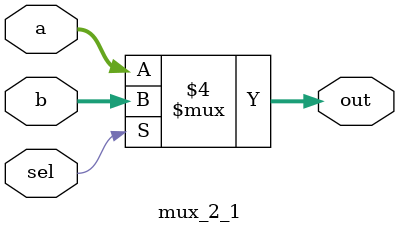
<source format=sv>
module mux_2_1 #(parameter N=4)(input [N-1:0] a,b,input sel,output logic [N-1:0] out);
	always_comb begin
		if(!sel)
			out = a;
		else 
			out = b;
	end

endmodule 
</source>
